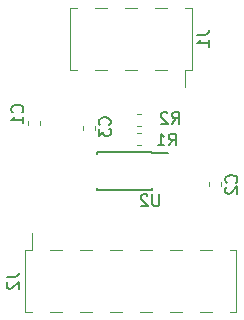
<source format=gbr>
G04 #@! TF.GenerationSoftware,KiCad,Pcbnew,5.1.12-84ad8e8a86~92~ubuntu20.04.1*
G04 #@! TF.CreationDate,2022-01-25T20:13:51-05:00*
G04 #@! TF.ProjectId,ABPDANT060MGAA5_sensor_module,41425044-414e-4543-9036-304d47414135,rev?*
G04 #@! TF.SameCoordinates,Original*
G04 #@! TF.FileFunction,Legend,Bot*
G04 #@! TF.FilePolarity,Positive*
%FSLAX46Y46*%
G04 Gerber Fmt 4.6, Leading zero omitted, Abs format (unit mm)*
G04 Created by KiCad (PCBNEW 5.1.12-84ad8e8a86~92~ubuntu20.04.1) date 2022-01-25 20:13:51*
%MOMM*%
%LPD*%
G01*
G04 APERTURE LIST*
%ADD10C,0.120000*%
%ADD11C,0.150000*%
G04 APERTURE END LIST*
D10*
X104254840Y-41879639D02*
X104254840Y-41554081D01*
X105274840Y-41879639D02*
X105274840Y-41554081D01*
X120611360Y-47038479D02*
X120611360Y-46712921D01*
X119591360Y-47038479D02*
X119591360Y-46712921D01*
X113459041Y-42520140D02*
X113784599Y-42520140D01*
X113459041Y-43540140D02*
X113784599Y-43540140D01*
X113459041Y-41929780D02*
X113784599Y-41929780D01*
X113459041Y-40909780D02*
X113784599Y-40909780D01*
X118790000Y-57680000D02*
X119810000Y-57680000D01*
X118790000Y-52480000D02*
X119810000Y-52480000D01*
X116250000Y-57680000D02*
X117270000Y-57680000D01*
X116250000Y-52480000D02*
X117270000Y-52480000D01*
X113710000Y-57680000D02*
X114730000Y-57680000D01*
X113710000Y-52480000D02*
X114730000Y-52480000D01*
X111170000Y-57680000D02*
X112190000Y-57680000D01*
X111170000Y-52480000D02*
X112190000Y-52480000D01*
X108630000Y-57680000D02*
X109650000Y-57680000D01*
X108630000Y-52480000D02*
X109650000Y-52480000D01*
X106090000Y-57680000D02*
X107110000Y-57680000D01*
X106090000Y-52480000D02*
X107110000Y-52480000D01*
X121330000Y-57680000D02*
X121900000Y-57680000D01*
X121330000Y-52480000D02*
X121900000Y-52480000D01*
X104000000Y-57680000D02*
X104570000Y-57680000D01*
X104000000Y-52480000D02*
X104570000Y-52480000D01*
X104570000Y-51040000D02*
X104570000Y-52480000D01*
X121900000Y-52480000D02*
X121900000Y-57680000D01*
X104000000Y-52480000D02*
X104000000Y-57680000D01*
X110930000Y-31980000D02*
X109910000Y-31980000D01*
X110930000Y-37180000D02*
X109910000Y-37180000D01*
X113470000Y-31980000D02*
X112450000Y-31980000D01*
X113470000Y-37180000D02*
X112450000Y-37180000D01*
X116010000Y-31980000D02*
X114990000Y-31980000D01*
X116010000Y-37180000D02*
X114990000Y-37180000D01*
X108390000Y-31980000D02*
X107820000Y-31980000D01*
X108390000Y-37180000D02*
X107820000Y-37180000D01*
X118100000Y-31980000D02*
X117530000Y-31980000D01*
X118100000Y-37180000D02*
X117530000Y-37180000D01*
X117530000Y-38620000D02*
X117530000Y-37180000D01*
X107820000Y-37180000D02*
X107820000Y-31980000D01*
X118100000Y-37180000D02*
X118100000Y-31980000D01*
D11*
X114773340Y-44243260D02*
X116123340Y-44243260D01*
X114773340Y-47393260D02*
X110123340Y-47393260D01*
X114773340Y-44143260D02*
X110123340Y-44143260D01*
X114773340Y-47393260D02*
X114773340Y-47193260D01*
X110123340Y-47393260D02*
X110123340Y-47193260D01*
X110123340Y-44143260D02*
X110123340Y-44343260D01*
X114773340Y-44143260D02*
X114773340Y-44243260D01*
D10*
X108885260Y-42278519D02*
X108885260Y-41952961D01*
X109905260Y-42278519D02*
X109905260Y-41952961D01*
D11*
X103752922Y-40785653D02*
X103800541Y-40738034D01*
X103848160Y-40595177D01*
X103848160Y-40499939D01*
X103800541Y-40357081D01*
X103705303Y-40261843D01*
X103610065Y-40214224D01*
X103419589Y-40166605D01*
X103276732Y-40166605D01*
X103086256Y-40214224D01*
X102991018Y-40261843D01*
X102895780Y-40357081D01*
X102848160Y-40499939D01*
X102848160Y-40595177D01*
X102895780Y-40738034D01*
X102943399Y-40785653D01*
X103848160Y-41738034D02*
X103848160Y-41166605D01*
X103848160Y-41452320D02*
X102848160Y-41452320D01*
X102991018Y-41357081D01*
X103086256Y-41261843D01*
X103133875Y-41166605D01*
X121878502Y-46749033D02*
X121926121Y-46701414D01*
X121973740Y-46558557D01*
X121973740Y-46463319D01*
X121926121Y-46320461D01*
X121830883Y-46225223D01*
X121735645Y-46177604D01*
X121545169Y-46129985D01*
X121402312Y-46129985D01*
X121211836Y-46177604D01*
X121116598Y-46225223D01*
X121021360Y-46320461D01*
X120973740Y-46463319D01*
X120973740Y-46558557D01*
X121021360Y-46701414D01*
X121068979Y-46749033D01*
X121068979Y-47129985D02*
X121021360Y-47177604D01*
X120973740Y-47272842D01*
X120973740Y-47510938D01*
X121021360Y-47606176D01*
X121068979Y-47653795D01*
X121164217Y-47701414D01*
X121259455Y-47701414D01*
X121402312Y-47653795D01*
X121973740Y-47082366D01*
X121973740Y-47701414D01*
X116183706Y-43596820D02*
X116517040Y-43120630D01*
X116755135Y-43596820D02*
X116755135Y-42596820D01*
X116374182Y-42596820D01*
X116278944Y-42644440D01*
X116231325Y-42692059D01*
X116183706Y-42787297D01*
X116183706Y-42930154D01*
X116231325Y-43025392D01*
X116278944Y-43073011D01*
X116374182Y-43120630D01*
X116755135Y-43120630D01*
X115231325Y-43596820D02*
X115802754Y-43596820D01*
X115517040Y-43596820D02*
X115517040Y-42596820D01*
X115612278Y-42739678D01*
X115707516Y-42834916D01*
X115802754Y-42882535D01*
X116445326Y-41770560D02*
X116778660Y-41294370D01*
X117016755Y-41770560D02*
X117016755Y-40770560D01*
X116635802Y-40770560D01*
X116540564Y-40818180D01*
X116492945Y-40865799D01*
X116445326Y-40961037D01*
X116445326Y-41103894D01*
X116492945Y-41199132D01*
X116540564Y-41246751D01*
X116635802Y-41294370D01*
X117016755Y-41294370D01*
X116064374Y-40865799D02*
X116016755Y-40818180D01*
X115921517Y-40770560D01*
X115683421Y-40770560D01*
X115588183Y-40818180D01*
X115540564Y-40865799D01*
X115492945Y-40961037D01*
X115492945Y-41056275D01*
X115540564Y-41199132D01*
X116111993Y-41770560D01*
X115492945Y-41770560D01*
X102452380Y-54746666D02*
X103166666Y-54746666D01*
X103309523Y-54699047D01*
X103404761Y-54603809D01*
X103452380Y-54460952D01*
X103452380Y-54365714D01*
X102547619Y-55175238D02*
X102500000Y-55222857D01*
X102452380Y-55318095D01*
X102452380Y-55556190D01*
X102500000Y-55651428D01*
X102547619Y-55699047D01*
X102642857Y-55746666D01*
X102738095Y-55746666D01*
X102880952Y-55699047D01*
X103452380Y-55127619D01*
X103452380Y-55746666D01*
X118552380Y-34246666D02*
X119266666Y-34246666D01*
X119409523Y-34199047D01*
X119504761Y-34103809D01*
X119552380Y-33960952D01*
X119552380Y-33865714D01*
X119552380Y-35246666D02*
X119552380Y-34675238D01*
X119552380Y-34960952D02*
X118552380Y-34960952D01*
X118695238Y-34865714D01*
X118790476Y-34770476D01*
X118838095Y-34675238D01*
X115366704Y-47750480D02*
X115366704Y-48560004D01*
X115319085Y-48655242D01*
X115271466Y-48702861D01*
X115176228Y-48750480D01*
X114985752Y-48750480D01*
X114890514Y-48702861D01*
X114842895Y-48655242D01*
X114795276Y-48560004D01*
X114795276Y-47750480D01*
X114366704Y-47845719D02*
X114319085Y-47798100D01*
X114223847Y-47750480D01*
X113985752Y-47750480D01*
X113890514Y-47798100D01*
X113842895Y-47845719D01*
X113795276Y-47940957D01*
X113795276Y-48036195D01*
X113842895Y-48179052D01*
X114414323Y-48750480D01*
X113795276Y-48750480D01*
X111146862Y-41855093D02*
X111194481Y-41807474D01*
X111242100Y-41664617D01*
X111242100Y-41569379D01*
X111194481Y-41426521D01*
X111099243Y-41331283D01*
X111004005Y-41283664D01*
X110813529Y-41236045D01*
X110670672Y-41236045D01*
X110480196Y-41283664D01*
X110384958Y-41331283D01*
X110289720Y-41426521D01*
X110242100Y-41569379D01*
X110242100Y-41664617D01*
X110289720Y-41807474D01*
X110337339Y-41855093D01*
X110242100Y-42188426D02*
X110242100Y-42807474D01*
X110623053Y-42474140D01*
X110623053Y-42616998D01*
X110670672Y-42712236D01*
X110718291Y-42759855D01*
X110813529Y-42807474D01*
X111051624Y-42807474D01*
X111146862Y-42759855D01*
X111194481Y-42712236D01*
X111242100Y-42616998D01*
X111242100Y-42331283D01*
X111194481Y-42236045D01*
X111146862Y-42188426D01*
M02*

</source>
